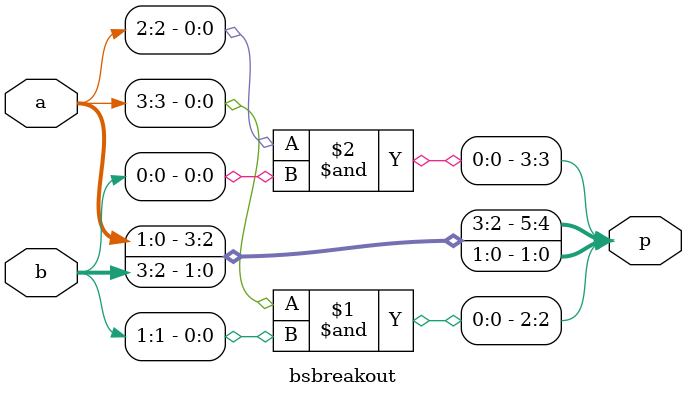
<source format=v>
module bsbreakout (
    input wire [3:0] a,
    input wire [3:0] b,
    output wire  [5:0] p

);
assign p = {
    a[1:0],               // bits 5:4
    (a[2] & b[0]),        // bit 3
    (a[3] & b[1]),        // bit 2
    b[3:2]                // bits 1:0
};


endmodule

</source>
